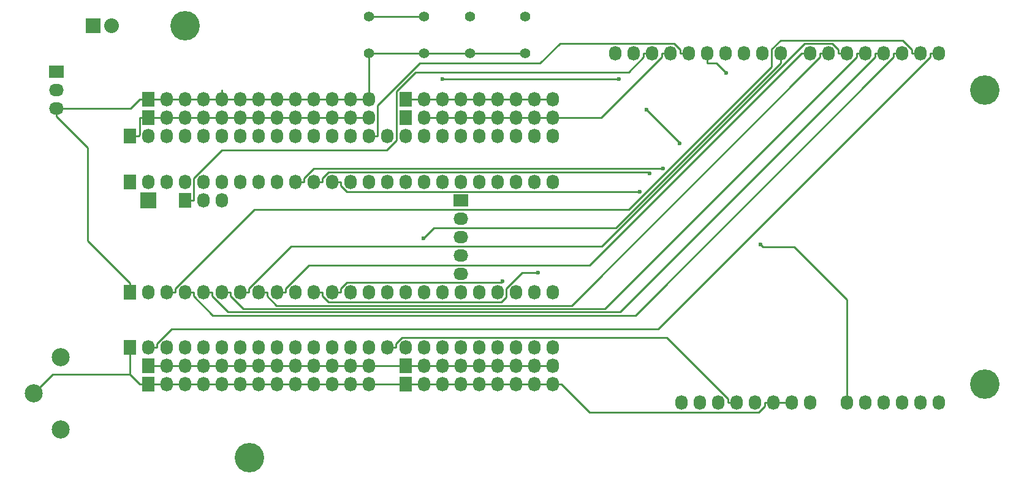
<source format=gbr>
G04 #@! TF.FileFunction,Copper,L1,Top,Signal*
%FSLAX46Y46*%
G04 Gerber Fmt 4.6, Leading zero omitted, Abs format (unit mm)*
G04 Created by KiCad (PCBNEW 4.0.4-stable) date 12/08/16 13:27:43*
%MOMM*%
%LPD*%
G01*
G04 APERTURE LIST*
%ADD10C,0.100000*%
%ADD11R,1.727200X2.032000*%
%ADD12O,1.727200X2.032000*%
%ADD13C,4.064000*%
%ADD14C,2.499360*%
%ADD15R,2.032000X1.727200*%
%ADD16O,2.032000X1.727200*%
%ADD17R,2.235200X2.235200*%
%ADD18R,2.032000X2.032000*%
%ADD19O,2.032000X2.032000*%
%ADD20C,1.397000*%
%ADD21C,0.600000*%
%ADD22C,0.250000*%
G04 APERTURE END LIST*
D10*
D11*
X57658000Y-116205000D03*
D12*
X60198000Y-116205000D03*
X62738000Y-116205000D03*
X65278000Y-116205000D03*
X67818000Y-116205000D03*
X70358000Y-116205000D03*
X72898000Y-116205000D03*
X75438000Y-116205000D03*
X77978000Y-116205000D03*
X80518000Y-116205000D03*
X83058000Y-116205000D03*
X85598000Y-116205000D03*
X88138000Y-116205000D03*
X90678000Y-116205000D03*
X93218000Y-116205000D03*
X95758000Y-116205000D03*
X98298000Y-116205000D03*
X100838000Y-116205000D03*
X103378000Y-116205000D03*
X105918000Y-116205000D03*
X108458000Y-116205000D03*
X110998000Y-116205000D03*
X113538000Y-116205000D03*
X116078000Y-116205000D03*
X133858000Y-123825000D03*
X136398000Y-123825000D03*
X138938000Y-123825000D03*
X141478000Y-123825000D03*
X144018000Y-123825000D03*
X146558000Y-123825000D03*
X149098000Y-123825000D03*
X151638000Y-123825000D03*
X156718000Y-123825000D03*
X159258000Y-123825000D03*
X161798000Y-123825000D03*
X164338000Y-123825000D03*
X166878000Y-123825000D03*
X169418000Y-123825000D03*
X124714000Y-75565000D03*
X127254000Y-75565000D03*
X129794000Y-75565000D03*
X132334000Y-75565000D03*
X134874000Y-75565000D03*
X137414000Y-75565000D03*
X139954000Y-75565000D03*
X142494000Y-75565000D03*
X145034000Y-75565000D03*
X147574000Y-75565000D03*
X151638000Y-75565000D03*
X154178000Y-75565000D03*
X156718000Y-75565000D03*
X159258000Y-75565000D03*
X161798000Y-75565000D03*
X164338000Y-75565000D03*
X166878000Y-75565000D03*
X169418000Y-75565000D03*
D13*
X74168000Y-131445000D03*
X175768000Y-121285000D03*
X65278000Y-71755000D03*
X175768000Y-80645000D03*
D14*
X48127920Y-127556260D03*
X44328080Y-122555000D03*
X48127920Y-117553740D03*
D11*
X95758000Y-121285000D03*
D12*
X98298000Y-121285000D03*
X100838000Y-121285000D03*
X103378000Y-121285000D03*
X105918000Y-121285000D03*
X108458000Y-121285000D03*
X110998000Y-121285000D03*
X113538000Y-121285000D03*
X116078000Y-121285000D03*
D11*
X95758000Y-118745000D03*
D12*
X98298000Y-118745000D03*
X100838000Y-118745000D03*
X103378000Y-118745000D03*
X105918000Y-118745000D03*
X108458000Y-118745000D03*
X110998000Y-118745000D03*
X113538000Y-118745000D03*
X116078000Y-118745000D03*
D11*
X60198000Y-121285000D03*
D12*
X62738000Y-121285000D03*
X65278000Y-121285000D03*
X67818000Y-121285000D03*
X70358000Y-121285000D03*
X72898000Y-121285000D03*
X75438000Y-121285000D03*
X77978000Y-121285000D03*
X80518000Y-121285000D03*
X83058000Y-121285000D03*
X85598000Y-121285000D03*
X88138000Y-121285000D03*
X90678000Y-121285000D03*
D11*
X95758000Y-84455000D03*
D12*
X98298000Y-84455000D03*
X100838000Y-84455000D03*
X103378000Y-84455000D03*
X105918000Y-84455000D03*
X108458000Y-84455000D03*
X110998000Y-84455000D03*
X113538000Y-84455000D03*
X116078000Y-84455000D03*
D11*
X60198000Y-118745000D03*
D12*
X62738000Y-118745000D03*
X65278000Y-118745000D03*
X67818000Y-118745000D03*
X70358000Y-118745000D03*
X72898000Y-118745000D03*
X75438000Y-118745000D03*
X77978000Y-118745000D03*
X80518000Y-118745000D03*
X83058000Y-118745000D03*
X85598000Y-118745000D03*
X88138000Y-118745000D03*
X90678000Y-118745000D03*
D11*
X95758000Y-81915000D03*
D12*
X98298000Y-81915000D03*
X100838000Y-81915000D03*
X103378000Y-81915000D03*
X105918000Y-81915000D03*
X108458000Y-81915000D03*
X110998000Y-81915000D03*
X113538000Y-81915000D03*
X116078000Y-81915000D03*
D11*
X57658000Y-108585000D03*
D12*
X60198000Y-108585000D03*
X62738000Y-108585000D03*
X65278000Y-108585000D03*
X67818000Y-108585000D03*
X70358000Y-108585000D03*
X72898000Y-108585000D03*
X75438000Y-108585000D03*
X77978000Y-108585000D03*
X80518000Y-108585000D03*
X83058000Y-108585000D03*
X85598000Y-108585000D03*
X88138000Y-108585000D03*
X90678000Y-108585000D03*
X93218000Y-108585000D03*
X95758000Y-108585000D03*
X98298000Y-108585000D03*
X100838000Y-108585000D03*
X103378000Y-108585000D03*
X105918000Y-108585000D03*
X108458000Y-108585000D03*
X110998000Y-108585000D03*
X113538000Y-108585000D03*
X116078000Y-108585000D03*
D15*
X103378000Y-95885000D03*
D16*
X103378000Y-98425000D03*
X103378000Y-100965000D03*
X103378000Y-103505000D03*
X103378000Y-106045000D03*
D11*
X65278000Y-95885000D03*
D12*
X67818000Y-95885000D03*
X70358000Y-95885000D03*
D15*
X47498000Y-78105000D03*
D16*
X47498000Y-80645000D03*
X47498000Y-83185000D03*
D17*
X60198000Y-95885000D03*
D11*
X57658000Y-93345000D03*
D12*
X60198000Y-93345000D03*
X62738000Y-93345000D03*
X65278000Y-93345000D03*
X67818000Y-93345000D03*
X70358000Y-93345000D03*
X72898000Y-93345000D03*
X75438000Y-93345000D03*
X77978000Y-93345000D03*
X80518000Y-93345000D03*
X83058000Y-93345000D03*
X85598000Y-93345000D03*
X88138000Y-93345000D03*
X90678000Y-93345000D03*
X93218000Y-93345000D03*
X95758000Y-93345000D03*
X98298000Y-93345000D03*
X100838000Y-93345000D03*
X103378000Y-93345000D03*
X105918000Y-93345000D03*
X108458000Y-93345000D03*
X110998000Y-93345000D03*
X113538000Y-93345000D03*
X116078000Y-93345000D03*
D18*
X52578000Y-71755000D03*
D19*
X55118000Y-71755000D03*
D11*
X57658000Y-86995000D03*
D12*
X60198000Y-86995000D03*
X62738000Y-86995000D03*
X65278000Y-86995000D03*
X67818000Y-86995000D03*
X70358000Y-86995000D03*
X72898000Y-86995000D03*
X75438000Y-86995000D03*
X77978000Y-86995000D03*
X80518000Y-86995000D03*
X83058000Y-86995000D03*
X85598000Y-86995000D03*
X88138000Y-86995000D03*
X90678000Y-86995000D03*
X93218000Y-86995000D03*
X95758000Y-86995000D03*
X98298000Y-86995000D03*
X100838000Y-86995000D03*
X103378000Y-86995000D03*
X105918000Y-86995000D03*
X108458000Y-86995000D03*
X110998000Y-86995000D03*
X113538000Y-86995000D03*
X116078000Y-86995000D03*
D11*
X60198000Y-84455000D03*
D12*
X62738000Y-84455000D03*
X65278000Y-84455000D03*
X67818000Y-84455000D03*
X70358000Y-84455000D03*
X72898000Y-84455000D03*
X75438000Y-84455000D03*
X77978000Y-84455000D03*
X80518000Y-84455000D03*
X83058000Y-84455000D03*
X85598000Y-84455000D03*
X88138000Y-84455000D03*
X90678000Y-84455000D03*
D11*
X60198000Y-81915000D03*
D12*
X62738000Y-81915000D03*
X65278000Y-81915000D03*
X67818000Y-81915000D03*
X70358000Y-81915000D03*
X72898000Y-81915000D03*
X75438000Y-81915000D03*
X77978000Y-81915000D03*
X80518000Y-81915000D03*
X83058000Y-81915000D03*
X85598000Y-81915000D03*
X88138000Y-81915000D03*
X90678000Y-81915000D03*
D20*
X112268000Y-70485000D03*
X112268000Y-75565000D03*
X104648000Y-70485000D03*
X104648000Y-75565000D03*
X98298000Y-70485000D03*
X98298000Y-75565000D03*
X90678000Y-70485000D03*
X90678000Y-75565000D03*
D21*
X144780000Y-101981000D03*
X133604000Y-88011000D03*
X129032000Y-83355264D03*
X125222000Y-79121000D03*
X100838000Y-79121000D03*
X128140000Y-94686400D03*
X129428000Y-92124100D03*
X131287000Y-91491400D03*
X114061000Y-105865000D03*
X109104000Y-107074000D03*
X140030000Y-78287600D03*
X98233100Y-101121000D03*
D22*
X149397999Y-102280999D02*
X156718000Y-109601000D01*
X156718000Y-109601000D02*
X156718000Y-123825000D01*
X144780000Y-101981000D02*
X145079999Y-102280999D01*
X145079999Y-102280999D02*
X149397999Y-102280999D01*
X129032000Y-83355264D02*
X133604000Y-87927264D01*
X133604000Y-87927264D02*
X133604000Y-88011000D01*
X100838000Y-79121000D02*
X125222000Y-79121000D01*
X87608200Y-94686400D02*
X128140000Y-94686400D01*
X86786900Y-93865100D02*
X87608200Y-94686400D01*
X86786900Y-93345000D02*
X86786900Y-93865100D01*
X85598000Y-93345000D02*
X86786900Y-93345000D01*
X129302000Y-91997400D02*
X129428000Y-92124100D01*
X85074400Y-91997400D02*
X129302000Y-91997400D01*
X84246900Y-92824900D02*
X85074400Y-91997400D01*
X84246900Y-93345000D02*
X84246900Y-92824900D01*
X83058000Y-93345000D02*
X84246900Y-93345000D01*
X83040400Y-91491400D02*
X131287000Y-91491400D01*
X81706900Y-92824900D02*
X83040400Y-91491400D01*
X81706900Y-93345000D02*
X81706900Y-92824900D01*
X80518000Y-93345000D02*
X81706900Y-93345000D01*
X111867000Y-105865000D02*
X114061000Y-105865000D01*
X109647000Y-108086000D02*
X111867000Y-105865000D01*
X109647000Y-109240000D02*
X109647000Y-108086000D01*
X108944000Y-109944000D02*
X109647000Y-109240000D01*
X85085400Y-109944000D02*
X108944000Y-109944000D01*
X84246900Y-109105000D02*
X85085400Y-109944000D01*
X84246900Y-108585000D02*
X84246900Y-109105000D01*
X83058000Y-108585000D02*
X84246900Y-108585000D01*
X76626900Y-108585000D02*
X75438000Y-108585000D01*
X76626900Y-109105000D02*
X76626900Y-108585000D01*
X77915900Y-110394000D02*
X76626900Y-109105000D01*
X118680000Y-110394000D02*
X77915900Y-110394000D01*
X152989000Y-76085100D02*
X118680000Y-110394000D01*
X152989000Y-75565000D02*
X152989000Y-76085100D01*
X154178000Y-75565000D02*
X152989000Y-75565000D01*
X155529000Y-75565000D02*
X156718000Y-75565000D01*
X155529000Y-75044900D02*
X155529000Y-75565000D01*
X154706000Y-74222300D02*
X155529000Y-75044900D01*
X150900000Y-74222300D02*
X154706000Y-74222300D01*
X122888000Y-102235000D02*
X150900000Y-74222300D01*
X79916800Y-102235000D02*
X122888000Y-102235000D01*
X74086900Y-108065000D02*
X79916800Y-102235000D01*
X74086900Y-108585000D02*
X74086900Y-108065000D01*
X72898000Y-108585000D02*
X74086900Y-108585000D01*
X71546900Y-108585000D02*
X70358000Y-108585000D01*
X71546900Y-109105000D02*
X71546900Y-108585000D01*
X73288900Y-110847000D02*
X71546900Y-109105000D01*
X123307000Y-110847000D02*
X73288900Y-110847000D01*
X158069000Y-76085100D02*
X123307000Y-110847000D01*
X158069000Y-75565000D02*
X158069000Y-76085100D01*
X159258000Y-75565000D02*
X158069000Y-75565000D01*
X160609000Y-75565000D02*
X161798000Y-75565000D01*
X160609000Y-76085100D02*
X160609000Y-75565000D01*
X125394000Y-111300000D02*
X160609000Y-76085100D01*
X71202000Y-111300000D02*
X125394000Y-111300000D01*
X69006900Y-109105000D02*
X71202000Y-111300000D01*
X69006900Y-108585000D02*
X69006900Y-109105000D01*
X67818000Y-108585000D02*
X69006900Y-108585000D01*
X63926900Y-108585000D02*
X62738000Y-108585000D01*
X63926900Y-108065000D02*
X63926900Y-108585000D01*
X74836800Y-97155000D02*
X63926900Y-108065000D01*
X126556000Y-97155000D02*
X74836800Y-97155000D01*
X146304000Y-77407200D02*
X126556000Y-97155000D01*
X146304000Y-74998000D02*
X146304000Y-77407200D01*
X147550000Y-73752300D02*
X146304000Y-74998000D01*
X164396000Y-73752300D02*
X147550000Y-73752300D01*
X165689000Y-75044900D02*
X164396000Y-73752300D01*
X165689000Y-75565000D02*
X165689000Y-75044900D01*
X166878000Y-75565000D02*
X165689000Y-75565000D01*
X168229000Y-75565000D02*
X169418000Y-75565000D01*
X168229000Y-76085100D02*
X168229000Y-75565000D01*
X130665000Y-113650000D02*
X168229000Y-76085100D01*
X63422300Y-113650000D02*
X130665000Y-113650000D01*
X61386900Y-115685000D02*
X63422300Y-113650000D01*
X61386900Y-116205000D02*
X61386900Y-115685000D01*
X60198000Y-116205000D02*
X61386900Y-116205000D01*
X133685000Y-75565000D02*
X134874000Y-75565000D01*
X133685000Y-75044900D02*
X133685000Y-75565000D01*
X132817000Y-74177200D02*
X133685000Y-75044900D01*
X117060000Y-74177200D02*
X132817000Y-74177200D01*
X114314000Y-76923500D02*
X117060000Y-74177200D01*
X97674500Y-76923500D02*
X114314000Y-76923500D01*
X91866900Y-82731100D02*
X97674500Y-76923500D01*
X91866900Y-86995000D02*
X91866900Y-82731100D01*
X90678000Y-86995000D02*
X91866900Y-86995000D01*
X108944000Y-107234000D02*
X109104000Y-107074000D01*
X87617800Y-107234000D02*
X108944000Y-107234000D01*
X86786900Y-108065000D02*
X87617800Y-107234000D01*
X86786900Y-108585000D02*
X86786900Y-108065000D01*
X85598000Y-108585000D02*
X86786900Y-108585000D01*
X137414000Y-76906300D02*
X137414000Y-75565000D01*
X138649000Y-76906300D02*
X137414000Y-76906300D01*
X140030000Y-78287600D02*
X138649000Y-76906300D01*
X90678000Y-75565000D02*
X90678000Y-81915000D01*
X98298000Y-75565000D02*
X99285828Y-75565000D01*
X99285828Y-75565000D02*
X104648000Y-75565000D01*
X51816000Y-88616600D02*
X51816000Y-101477000D01*
X51816000Y-101477000D02*
X57658000Y-107319000D01*
X57658000Y-107319000D02*
X57658000Y-108585000D01*
X47498000Y-83185000D02*
X47498000Y-84298600D01*
X47498000Y-84298600D02*
X51816000Y-88616600D01*
X70358000Y-80645000D02*
X70358000Y-81915000D01*
X62738000Y-121285000D02*
X60198000Y-121285000D01*
X149098000Y-123825000D02*
X146558000Y-123825000D01*
X116078000Y-121285000D02*
X113538000Y-121285000D01*
X145369000Y-123825000D02*
X146558000Y-123825000D01*
X145369000Y-124345000D02*
X145369000Y-123825000D01*
X144545000Y-125169000D02*
X145369000Y-124345000D01*
X121151000Y-125169000D02*
X144545000Y-125169000D01*
X117267000Y-121285000D02*
X121151000Y-125169000D01*
X116078000Y-121285000D02*
X117267000Y-121285000D01*
X46949200Y-119934000D02*
X44328100Y-122555000D01*
X57658000Y-119934000D02*
X46949200Y-119934000D01*
X59009100Y-121285000D02*
X60198000Y-121285000D01*
X57658000Y-119934000D02*
X59009100Y-121285000D01*
X113538000Y-121285000D02*
X110998000Y-121285000D01*
X67818000Y-121285000D02*
X65278000Y-121285000D01*
X65278000Y-121285000D02*
X62738000Y-121285000D01*
X100838000Y-121285000D02*
X98298000Y-121285000D01*
X98298000Y-121285000D02*
X95758000Y-121285000D01*
X77978000Y-121285000D02*
X75438000Y-121285000D01*
X75438000Y-121285000D02*
X72898000Y-121285000D01*
X105918000Y-121285000D02*
X103378000Y-121285000D01*
X103378000Y-121285000D02*
X100838000Y-121285000D01*
X83058000Y-121285000D02*
X80518000Y-121285000D01*
X80518000Y-121285000D02*
X77978000Y-121285000D01*
X110998000Y-121285000D02*
X108458000Y-121285000D01*
X108458000Y-121285000D02*
X105918000Y-121285000D01*
X88138000Y-121285000D02*
X85598000Y-121285000D01*
X85598000Y-121285000D02*
X83058000Y-121285000D01*
X88138000Y-121285000D02*
X90678000Y-121285000D01*
X90678000Y-121285000D02*
X95758000Y-121285000D01*
X72898000Y-121285000D02*
X70358000Y-121285000D01*
X70358000Y-121285000D02*
X67818000Y-121285000D01*
X57658000Y-116205000D02*
X57658000Y-119934000D01*
X57739100Y-83185000D02*
X47498000Y-83185000D01*
X59009100Y-81915000D02*
X57739100Y-83185000D01*
X60198000Y-81915000D02*
X59009100Y-81915000D01*
X116078000Y-81915000D02*
X113538000Y-81915000D01*
X75438000Y-81915000D02*
X72898000Y-81915000D01*
X103378000Y-81915000D02*
X100838000Y-81915000D01*
X72898000Y-81915000D02*
X70358000Y-81915000D01*
X70358000Y-81915000D02*
X67818000Y-81915000D01*
X80518000Y-81915000D02*
X77978000Y-81915000D01*
X77978000Y-81915000D02*
X75438000Y-81915000D01*
X108458000Y-81915000D02*
X105918000Y-81915000D01*
X105918000Y-81915000D02*
X103378000Y-81915000D01*
X85598000Y-81915000D02*
X83058000Y-81915000D01*
X83058000Y-81915000D02*
X80518000Y-81915000D01*
X113538000Y-81915000D02*
X110998000Y-81915000D01*
X110998000Y-81915000D02*
X108458000Y-81915000D01*
X90678000Y-81915000D02*
X88138000Y-81915000D01*
X88138000Y-81915000D02*
X85598000Y-81915000D01*
X100838000Y-81915000D02*
X98298000Y-81915000D01*
X98298000Y-81915000D02*
X95758000Y-81915000D01*
X67818000Y-81915000D02*
X65278000Y-81915000D01*
X65278000Y-81915000D02*
X62738000Y-81915000D01*
X62738000Y-81915000D02*
X60198000Y-81915000D01*
X104648000Y-75565000D02*
X112268000Y-75565000D01*
X90678000Y-75565000D02*
X98298000Y-75565000D01*
X94406900Y-116205000D02*
X93730400Y-116205000D01*
X94406900Y-115685000D02*
X94406900Y-116205000D01*
X95229800Y-114862000D02*
X94406900Y-115685000D01*
X131846000Y-114862000D02*
X95229800Y-114862000D01*
X140289000Y-123305000D02*
X131846000Y-114862000D01*
X140289000Y-123825000D02*
X140289000Y-123305000D01*
X141478000Y-123825000D02*
X140289000Y-123825000D01*
X93730400Y-116205000D02*
X93218000Y-116205000D01*
X113538000Y-118745000D02*
X116078000Y-118745000D01*
X113538000Y-84455000D02*
X116078000Y-84455000D01*
X122775000Y-84455000D02*
X116078000Y-84455000D01*
X131145000Y-76085100D02*
X122775000Y-84455000D01*
X131145000Y-75565000D02*
X131145000Y-76085100D01*
X132334000Y-75565000D02*
X131145000Y-75565000D01*
X62738000Y-84455000D02*
X60198000Y-84455000D01*
X59009100Y-84455000D02*
X60198000Y-84455000D01*
X59009100Y-86832800D02*
X59009100Y-84455000D01*
X58846900Y-86995000D02*
X59009100Y-86832800D01*
X57658000Y-86995000D02*
X58846900Y-86995000D01*
X113538000Y-118745000D02*
X110998000Y-118745000D01*
X113538000Y-84455000D02*
X110998000Y-84455000D01*
X105918000Y-84455000D02*
X103378000Y-84455000D01*
X77978000Y-118745000D02*
X75438000Y-118745000D01*
X75438000Y-118745000D02*
X72898000Y-118745000D01*
X72898000Y-118745000D02*
X70358000Y-118745000D01*
X88138000Y-118745000D02*
X85598000Y-118745000D01*
X85598000Y-118745000D02*
X83058000Y-118745000D01*
X110998000Y-84455000D02*
X108458000Y-84455000D01*
X108458000Y-84455000D02*
X105918000Y-84455000D01*
X83058000Y-118745000D02*
X80518000Y-118745000D01*
X80518000Y-118745000D02*
X77978000Y-118745000D01*
X70358000Y-118745000D02*
X67818000Y-118745000D01*
X75438000Y-84455000D02*
X72898000Y-84455000D01*
X72898000Y-84455000D02*
X70358000Y-84455000D01*
X100838000Y-118745000D02*
X98298000Y-118745000D01*
X98298000Y-118745000D02*
X95758000Y-118745000D01*
X80518000Y-84455000D02*
X77978000Y-84455000D01*
X77978000Y-84455000D02*
X75438000Y-84455000D01*
X103378000Y-84455000D02*
X100838000Y-84455000D01*
X100838000Y-84455000D02*
X98298000Y-84455000D01*
X105918000Y-118745000D02*
X103378000Y-118745000D01*
X103378000Y-118745000D02*
X100838000Y-118745000D01*
X85598000Y-84455000D02*
X83058000Y-84455000D01*
X83058000Y-84455000D02*
X80518000Y-84455000D01*
X110998000Y-118745000D02*
X108458000Y-118745000D01*
X108458000Y-118745000D02*
X105918000Y-118745000D01*
X90678000Y-84455000D02*
X88138000Y-84455000D01*
X88138000Y-84455000D02*
X85598000Y-84455000D01*
X88138000Y-118745000D02*
X90678000Y-118745000D01*
X90678000Y-118745000D02*
X95758000Y-118745000D01*
X70358000Y-84455000D02*
X67818000Y-84455000D01*
X67818000Y-84455000D02*
X65278000Y-84455000D01*
X65278000Y-84455000D02*
X62738000Y-84455000D01*
X67818000Y-118745000D02*
X65278000Y-118745000D01*
X65278000Y-118745000D02*
X62738000Y-118745000D01*
X62738000Y-118745000D02*
X60198000Y-118745000D01*
X147574000Y-76906300D02*
X147574000Y-75565000D01*
X124785000Y-99695000D02*
X147574000Y-76906300D01*
X99658800Y-99695000D02*
X124785000Y-99695000D01*
X98233100Y-101121000D02*
X99658800Y-99695000D01*
X150449000Y-75565000D02*
X151638000Y-75565000D01*
X121158000Y-104856000D02*
X150449000Y-75565000D01*
X82375800Y-104856000D02*
X121158000Y-104856000D01*
X79166900Y-108065000D02*
X82375800Y-104856000D01*
X79166900Y-108585000D02*
X79166900Y-108065000D01*
X77978000Y-108585000D02*
X79166900Y-108585000D01*
X90678000Y-70485000D02*
X98298000Y-70485000D01*
X66466900Y-95885000D02*
X65278000Y-95885000D01*
X66466900Y-92819100D02*
X66466900Y-95885000D01*
X70334200Y-88951800D02*
X66466900Y-92819100D01*
X93098000Y-88951800D02*
X70334200Y-88951800D01*
X94467300Y-87582500D02*
X93098000Y-88951800D01*
X94467300Y-80790500D02*
X94467300Y-87582500D01*
X97107700Y-78150100D02*
X94467300Y-80790500D01*
X126540000Y-78150100D02*
X97107700Y-78150100D01*
X128605000Y-76085100D02*
X126540000Y-78150100D01*
X128605000Y-75565000D02*
X128605000Y-76085100D01*
X129794000Y-75565000D02*
X128605000Y-75565000D01*
X66466900Y-108585000D02*
X65278000Y-108585000D01*
X66466900Y-109105000D02*
X66466900Y-108585000D01*
X69123000Y-111761000D02*
X66466900Y-109105000D01*
X127473000Y-111761000D02*
X69123000Y-111761000D01*
X163149000Y-76085100D02*
X127473000Y-111761000D01*
X163149000Y-75565000D02*
X163149000Y-76085100D01*
X164338000Y-75565000D02*
X163149000Y-75565000D01*
M02*

</source>
